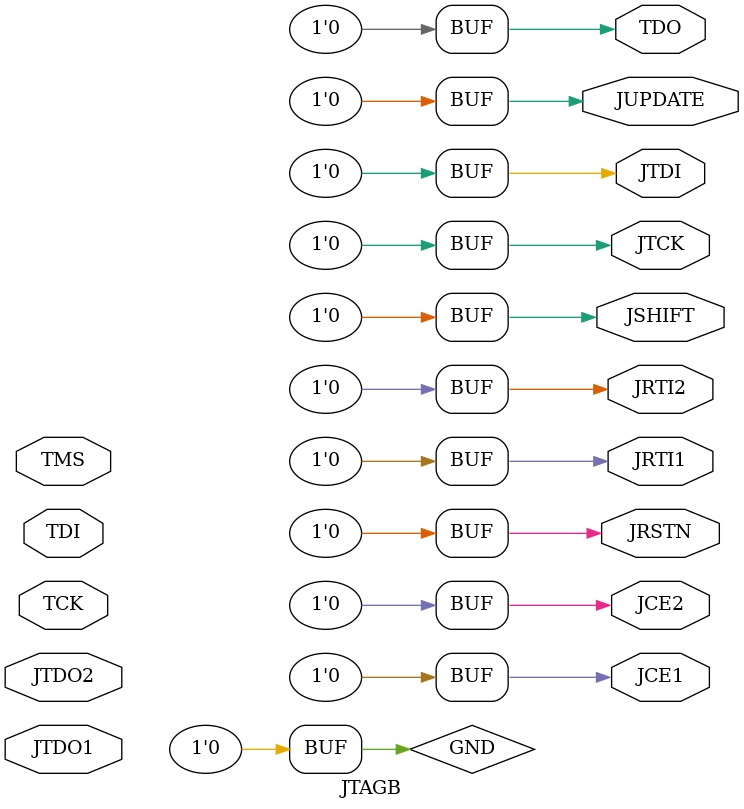
<source format=v>
`resetall
`timescale 1 ns / 1 ps

`celldefine

module JTAGB (TCK, TMS, TDI, JTDO1, JTDO2, 
              TDO, JTCK, JTDI, JSHIFT, JUPDATE, JRSTN,
              JCE1, JCE2, JRTI1, JRTI2);

 input   TCK, TMS, TDI, JTDO1, JTDO2;

 output  TDO, JTCK, JTDI, JSHIFT, JUPDATE, JRSTN;
 output  JCE1, JCE2, JRTI1, JRTI2;

 parameter ER1 = "ENABLED";
 parameter ER2 = "ENABLED";

 initial
    $display ("Warning! Empty model is being used for block \"JTAGB\", for the full functional model please use either the encrypted or the pre-compiled models.");

 supply0 GND;
 buf (TDO, GND);
 buf (JTCK, GND);
 buf (JTDI, GND);
 buf (JSHIFT, GND);
 buf (JUPDATE, GND);
 buf (JRSTN, GND);
 buf (JCE1, GND);
 buf (JCE2, GND);
 buf (JRTI1, GND);
 buf (JRTI2, GND);

endmodule

`endcelldefine

</source>
